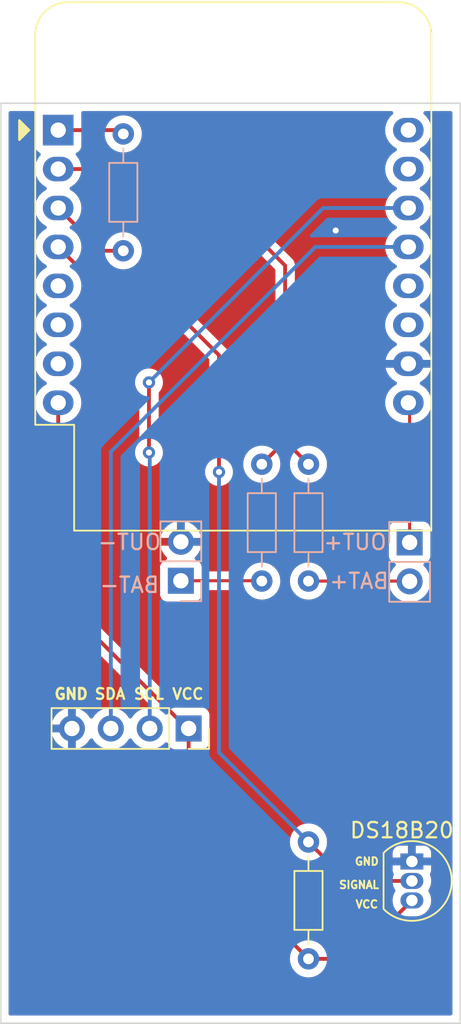
<source format=kicad_pcb>
(kicad_pcb (version 20211014) (generator pcbnew)
  (layers (0 "F.Cu" signal) (31 "B.Cu" signal) (34 "B.Paste" user) (35 "F.Paste" user) (36 "B.SilkS" user "B.Silkscreen") (37 "F.SilkS" user "F.Silkscreen") (38 "B.Mask" user) (39 "F.Mask" user) (44 "Edge.Cuts" user))
  (net 0 "")
  (net 1 "/RST")
  (net 2 "/A0")
  (net 3 "/D0")
  (net 4 "/D6")
  (net 5 "/D7")
  (net 6 "/D8")
  (net 7 "/D4")
  (net 8 "/D3")
  (net 9 "/RX")
  (net 10 "/TX")
  (net 11 "/VCC")
  (net 12 "/SIGNAL")
  (net 13 "/SCL")
  (net 14 "/SDA")
  (net 15 "/BAT+")
  (net 16 "/BAT-")
  (net 17 "/OUT+")
  (net 18 "/OUT-")
  (footprint "Resistor_THT:R_Axial_DIN0204_L3.6mm_D1.6mm_P7.62mm_Horizontal" (layer "F.Cu") (at 212.09 90.678 -90)
    (fp_text reference "R4" hide)
    (fp_text value "R" hide)
    (fp_line (start 5.73 0.92) (end 5.73 -0.92) (layer "F.SilkS") (width 0.12))
    (fp_line (start 6.68 0) (end 5.73 0) (layer "F.SilkS") (width 0.12))
    (fp_line (start 5.73 -0.92) (end 1.89 -0.92) (layer "F.SilkS") (width 0.12))
    (fp_line (start 1.89 0.92) (end 5.73 0.92) (layer "F.SilkS") (width 0.12))
    (fp_line (start 1.89 -0.92) (end 1.89 0.92) (layer "F.SilkS") (width 0.12))
    (fp_line (start 0.94 0) (end 1.89 0) (layer "F.SilkS") (width 0.12))
    (pad "1" thru_hole circle (at 0 0 270) (size 1.4 1.4) (drill 0.7) (layers *.Cu *.Mask) (net 12 "/SIGNAL"))
    (pad "2" thru_hole oval (at 7.62 0 270) (size 1.4 1.4) (drill 0.7) (layers *.Cu *.Mask) (net 11 "/VCC"))
  )
  (footprint "Connector_PinSocket_2.54mm:PinSocket_1x04_P2.54mm_Vertical" (layer "F.Cu") (at 204.266 83.275 -90)
    (fp_text reference "J1" hide)
    (fp_text value "Conn_BNO055")
    (fp_line (start 0 -1.33) (end 1.33 -1.33) (layer "F.SilkS") (width 0.12))
    (fp_line (start -1.33 1.27) (end 1.33 1.27) (layer "F.SilkS") (width 0.12))
    (fp_line (start -1.33 1.27) (end -1.33 8.95) (layer "F.SilkS") (width 0.12))
    (fp_line (start 1.33 1.27) (end 1.33 8.95) (layer "F.SilkS") (width 0.12))
    (fp_line (start 1.33 -1.33) (end 1.33 0) (layer "F.SilkS") (width 0.12))
    (fp_line (start -1.33 8.95) (end 1.33 8.95) (layer "F.SilkS") (width 0.12))
    (pad "1" thru_hole rect (at 0 0 270) (size 1.7 1.7) (drill 1) (layers *.Cu *.Mask) (net 11 "/VCC"))
    (pad "2" thru_hole oval (at 0 2.54 270) (size 1.7 1.7) (drill 1) (layers *.Cu *.Mask) (net 13 "/SCL"))
    (pad "3" thru_hole oval (at 0 5.08 270) (size 1.7 1.7) (drill 1) (layers *.Cu *.Mask) (net 14 "/SDA"))
    (pad "4" thru_hole oval (at 0 7.62 270) (size 1.7 1.7) (drill 1) (layers *.Cu *.Mask) (net 18 "/OUT-"))
  )
  (footprint "Package_TO_SOT_THT:TO-92_Inline" (layer "F.Cu") (at 218.842 91.948 -90)
    (fp_text reference "U2" hide)
    (fp_text value "DS18B20" (at -2.032 0.656 180) (layer "F.SilkS"))
    (fp_line (start -0.53 1.85) (end 3.07 1.85) (layer "F.SilkS") (width 0.12))
    (fp_arc (start 1.27 -2.6) (mid 3.672087 -0.994977) (end 3.108478 1.838478) (layer "F.SilkS") (width 0.12))
    (fp_arc (start -0.568478 1.838478) (mid -1.132087 -0.994977) (end 1.27 -2.6) (layer "F.SilkS") (width 0.12))
    (pad "1" thru_hole rect (at 0 0 270) (size 1.05 1.5) (drill 0.75) (layers *.Cu *.Mask) (net 18 "/OUT-"))
    (pad "2" thru_hole oval (at 1.27 0 270) (size 1.05 1.5) (drill 0.75) (layers *.Cu *.Mask) (net 12 "/SIGNAL"))
    (pad "3" thru_hole oval (at 2.54 0 270) (size 1.05 1.5) (drill 0.75) (layers *.Cu *.Mask) (net 11 "/VCC"))
  )
  (footprint "Module:WEMOS_D1_mini_light" (layer "F.Cu") (at 195.75 44.25)
    (fp_text reference "U1" hide)
    (fp_text value "WeMos_D1_mini" hide)
    (fp_line (start -1.5 19.22) (end -1.5 -6.21) (layer "F.SilkS") (width 0.12))
    (fp_line (start 1.04 19.22) (end 1.04 26.12) (layer "F.SilkS") (width 0.12))
    (fp_line (start -1.5 19.22) (end 1.04 19.22) (layer "F.SilkS") (width 0.12))
    (fp_line (start 24.36 26.12) (end 24.36 -6.21) (layer "F.SilkS") (width 0.12))
    (fp_line (start 22.24 -8.34) (end 0.63 -8.34) (layer "F.SilkS") (width 0.12))
    (fp_line (start 1.04 26.12) (end 24.36 26.12) (layer "F.SilkS") (width 0.12))
    (fp_arc (start -1.5 -6.21) (mid -0.876137 -7.716137) (end 0.63 -8.34) (layer "F.SilkS") (width 0.12))
    (fp_arc (start 22.23 -8.34) (mid 23.736137 -7.716137) (end 24.36 -6.21) (layer "F.SilkS") (width 0.12))
    (fp_poly (pts (xy -2.54 -0.635) (xy -2.54 0.635) (xy -1.905 0)) (layer "F.SilkS") (width 0.15) (fill solid))
    (pad "1" thru_hole rect (at 0 0) (size 2 2) (drill 1) (layers *.Cu *.Mask) (net 1 "/RST"))
    (pad "2" thru_hole oval (at 0 2.54) (size 2 1.6) (drill 1) (layers *.Cu *.Mask) (net 2 "/A0"))
    (pad "3" thru_hole oval (at 0 5.08) (size 2 1.6) (drill 1) (layers *.Cu *.Mask) (net 3 "/D0"))
    (pad "4" thru_hole oval (at 0 7.62) (size 2 1.6) (drill 1) (layers *.Cu *.Mask) (net 12 "/SIGNAL"))
    (pad "5" thru_hole oval (at 0 10.16) (size 2 1.6) (drill 1) (layers *.Cu *.Mask) (net 4 "/D6"))
    (pad "6" thru_hole oval (at 0 12.7) (size 2 1.6) (drill 1) (layers *.Cu *.Mask) (net 5 "/D7"))
    (pad "7" thru_hole oval (at 0 15.24) (size 2 1.6) (drill 1) (layers *.Cu *.Mask) (net 6 "/D8"))
    (pad "8" thru_hole oval (at 0 17.78) (size 2 1.6) (drill 1) (layers *.Cu *.Mask) (net 11 "/VCC"))
    (pad "9" thru_hole oval (at 22.86 17.78) (size 2 1.6) (drill 1) (layers *.Cu *.Mask) (net 17 "/OUT+"))
    (pad "10" thru_hole oval (at 22.86 15.24) (size 2 1.6) (drill 1) (layers *.Cu *.Mask) (net 18 "/OUT-"))
    (pad "11" thru_hole oval (at 22.86 12.7) (size 2 1.6) (drill 1) (layers *.Cu *.Mask) (net 7 "/D4"))
    (pad "12" thru_hole oval (at 22.86 10.16) (size 2 1.6) (drill 1) (layers *.Cu *.Mask) (net 8 "/D3"))
    (pad "13" thru_hole oval (at 22.86 7.62) (size 2 1.6) (drill 1) (layers *.Cu *.Mask) (net 14 "/SDA"))
    (pad "14" thru_hole oval (at 22.86 5.08) (size 2 1.6) (drill 1) (layers *.Cu *.Mask) (net 13 "/SCL"))
    (pad "15" thru_hole oval (at 22.86 2.54) (size 2 1.6) (drill 1) (layers *.Cu *.Mask) (net 9 "/RX"))
    (pad "16" thru_hole oval (at 22.86 0) (size 2 1.6) (drill 1) (layers *.Cu *.Mask) (net 10 "/TX"))
  )
  (footprint "Resistor_THT:R_Axial_DIN0204_L3.6mm_D1.6mm_P7.62mm_Horizontal" (layer "B.Cu") (at 200 44.5 -90)
    (fp_text reference "R3" hide)
    (fp_text value "R" hide)
    (fp_line (start 5.73 0.92) (end 1.89 0.92) (layer "B.SilkS") (width 0.12))
    (fp_line (start 1.89 0.92) (end 1.89 -0.92) (layer "B.SilkS") (width 0.12))
    (fp_line (start 1.89 -0.92) (end 5.73 -0.92) (layer "B.SilkS") (width 0.12))
    (fp_line (start 6.68 0) (end 5.73 0) (layer "B.SilkS") (width 0.12))
    (fp_line (start 0.94 0) (end 1.89 0) (layer "B.SilkS") (width 0.12))
    (fp_line (start 5.73 -0.92) (end 5.73 0.92) (layer "B.SilkS") (width 0.12))
    (pad "1" thru_hole circle (at 0 0 270) (size 1.4 1.4) (drill 0.7) (layers *.Cu *.Mask) (net 1 "/RST"))
    (pad "2" thru_hole oval (at 7.62 0 270) (size 1.4 1.4) (drill 0.7) (layers *.Cu *.Mask) (net 3 "/D0"))
  )
  (footprint "Connector_PinSocket_2.54mm:PinSocket_1x02_P2.54mm_Vertical" (layer "B.Cu") (at 203.758 73.64)
    (fp_text reference "J4" hide)
    (fp_text value "Conn_BMS_2" hide)
    (fp_line (start 1.33 -1.27) (end 1.33 -3.87) (layer "B.SilkS") (width 0.12))
    (fp_line (start -1.33 -1.27) (end 1.33 -1.27) (layer "B.SilkS") (width 0.12))
    (fp_line (start -1.33 -3.87) (end 1.33 -3.87) (layer "B.SilkS") (width 0.12))
    (fp_line (start -1.33 -1.27) (end -1.33 -3.87) (layer "B.SilkS") (width 0.12))
    (fp_line (start 0 1.33) (end 1.33 1.33) (layer "B.SilkS") (width 0.12))
    (fp_line (start 1.33 1.33) (end 1.33 0) (layer "B.SilkS") (width 0.12))
    (pad "1" thru_hole rect (at 0 0) (size 1.7 1.7) (drill 1) (layers *.Cu *.Mask) (net 16 "/BAT-"))
    (pad "2" thru_hole oval (at 0 -2.54) (size 1.7 1.7) (drill 1) (layers *.Cu *.Mask) (net 18 "/OUT-"))
  )
  (footprint "Resistor_THT:R_Axial_DIN0204_L3.6mm_D1.6mm_P7.62mm_Horizontal" (layer "B.Cu") (at 209.042 73.66 90)
    (fp_text reference "R2" hide)
    (fp_text value "R" hide)
    (fp_line (start 5.73 0.92) (end 1.89 0.92) (layer "B.SilkS") (width 0.12))
    (fp_line (start 6.68 0) (end 5.73 0) (layer "B.SilkS") (width 0.12))
    (fp_line (start 5.73 -0.92) (end 5.73 0.92) (layer "B.SilkS") (width 0.12))
    (fp_line (start 1.89 0.92) (end 1.89 -0.92) (layer "B.SilkS") (width 0.12))
    (fp_line (start 0.94 0) (end 1.89 0) (layer "B.SilkS") (width 0.12))
    (fp_line (start 1.89 -0.92) (end 5.73 -0.92) (layer "B.SilkS") (width 0.12))
    (pad "1" thru_hole circle (at 0 0 90) (size 1.4 1.4) (drill 0.7) (layers *.Cu *.Mask) (net 16 "/BAT-"))
    (pad "2" thru_hole oval (at 7.62 0 90) (size 1.4 1.4) (drill 0.7) (layers *.Cu *.Mask) (net 2 "/A0"))
  )
  (footprint "Resistor_THT:R_Axial_DIN0204_L3.6mm_D1.6mm_P7.62mm_Horizontal" (layer "B.Cu") (at 212.09 73.66 90)
    (fp_text reference "R1" hide)
    (fp_text value "R" hide)
    (fp_line (start 5.73 -0.92) (end 5.73 0.92) (layer "B.SilkS") (width 0.12))
    (fp_line (start 6.68 0) (end 5.73 0) (layer "B.SilkS") (width 0.12))
    (fp_line (start 5.73 0.92) (end 1.89 0.92) (layer "B.SilkS") (width 0.12))
    (fp_line (start 0.94 0) (end 1.89 0) (layer "B.SilkS") (width 0.12))
    (fp_line (start 1.89 -0.92) (end 5.73 -0.92) (layer "B.SilkS") (width 0.12))
    (fp_line (start 1.89 0.92) (end 1.89 -0.92) (layer "B.SilkS") (width 0.12))
    (pad "1" thru_hole circle (at 0 0 90) (size 1.4 1.4) (drill 0.7) (layers *.Cu *.Mask) (net 15 "/BAT+"))
    (pad "2" thru_hole oval (at 7.62 0 90) (size 1.4 1.4) (drill 0.7) (layers *.Cu *.Mask) (net 2 "/A0"))
  )
  (footprint "Connector_PinSocket_2.54mm:PinSocket_1x02_P2.54mm_Vertical" (layer "B.Cu") (at 218.694 71.14 180)
    (fp_text reference "J3" hide)
    (fp_text value "Conn_BMS_1" hide)
    (fp_line (start 1.33 1.33) (end 1.33 0) (layer "B.SilkS") (width 0.12))
    (fp_line (start -1.33 -1.27) (end -1.33 -3.87) (layer "B.SilkS") (width 0.12))
    (fp_line (start -1.33 -3.87) (end 1.33 -3.87) (layer "B.SilkS") (width 0.12))
    (fp_line (start 0 1.33) (end 1.33 1.33) (layer "B.SilkS") (width 0.12))
    (fp_line (start 1.33 -1.27) (end 1.33 -3.87) (layer "B.SilkS") (width 0.12))
    (fp_line (start -1.33 -1.27) (end 1.33 -1.27) (layer "B.SilkS") (width 0.12))
    (pad "1" thru_hole rect (at 0 0 180) (size 1.7 1.7) (drill 1) (layers *.Cu *.Mask) (net 17 "/OUT+"))
    (pad "2" thru_hole oval (at 0 -2.54 180) (size 1.7 1.7) (drill 1) (layers *.Cu *.Mask) (net 15 "/BAT+"))
  )
  (gr_rect (start 192 42.5) (end 222 102.5) (layer "Edge.Cuts") (width 0.1) (fill none))
  (gr_text "OUT+" (at 215.138 71.12) (layer "B.SilkS") (effects (font (size 1 1)) (justify mirror)))
  (gr_text "BAT+" (at 215.392 73.66) (layer "B.SilkS") (effects (font (size 1 1)) (justify mirror)))
  (gr_text "OUT-" (at 200.406 71.12) (layer "B.SilkS") (effects (font (size 1 1)) (justify mirror)))
  (gr_text "BAT-" (at 200.406 73.914) (layer "B.SilkS") (effects (font (size 1 1)) (justify mirror)))
  (gr_text "GND" (at 196.596 81.026) (layer "F.SilkS") (effects (font (size 0.7 0.7) (thickness 0.175))))
  (gr_text "VCC" (at 204.216 81.026) (layer "F.SilkS") (effects (font (size 0.7 0.7))))
  (gr_text "SIGNAL" (at 215.392 93.472) (layer "F.SilkS") (effects (font (size 0.5 0.5) (thickness 0.125))))
  (gr_text "GND" (at 215.9 91.948) (layer "F.SilkS") (effects (font (size 0.5 0.5) (thickness 0.125))))
  (gr_text "SDA" (at 199.136 81.026) (layer "F.SilkS") (effects (font (size 0.7 0.7))))
  (gr_text "VCC" (at 215.9 94.742) (layer "F.SilkS") (effects (font (size 0.5 0.5) (thickness 0.125))))
  (gr_text "SCL" (at 201.676 81.026) (layer "F.SilkS") (effects (font (size 0.7 0.7))))
  (segment (start 195.75 44.25) (end 199.75 44.25) (width 0.25) (layer "F.Cu") (net 1))
  (segment (start 199.75 44.25) (end 200 44.5) (width 0.25) (layer "F.Cu") (net 1))
  (segment (start 210.566 64.516) (end 210.566 53.086) (width 0.25) (layer "F.Cu") (net 2))
  (segment (start 204.27 46.79) (end 210.566 53.086) (width 0.25) (layer "F.Cu") (net 2))
  (segment (start 212.09 66.04) (end 210.566 64.516) (width 0.25) (layer "F.Cu") (net 2))
  (segment (start 195.75 46.79) (end 204.27 46.79) (width 0.25) (layer "F.Cu") (net 2))
  (segment (start 209.042 66.04) (end 210.566 64.516) (width 0.25) (layer "F.Cu") (net 2))
  (segment (start 200 52.12) (end 198.54 52.12) (width 0.25) (layer "F.Cu") (net 3))
  (segment (start 198.54 52.12) (end 195.75 49.33) (width 0.25) (layer "F.Cu") (net 3))
  (segment (start 215.032 98.298) (end 218.842 94.488) (width 0.25) (layer "F.Cu") (net 11))
  (segment (start 212.09 98.298) (end 204.266 90.474) (width 0.25) (layer "F.Cu") (net 11))
  (segment (start 204.179 83.275) (end 195.75 74.846) (width 0.25) (layer "F.Cu") (net 11))
  (segment (start 204.266 83.275) (end 204.179 83.275) (width 0.25) (layer "F.Cu") (net 11))
  (segment (start 195.75 74.846) (end 195.75 62.03) (width 0.25) (layer "F.Cu") (net 11))
  (segment (start 212.09 98.298) (end 215.032 98.298) (width 0.25) (layer "F.Cu") (net 11))
  (segment (start 204.266 90.474) (end 204.266 83.275) (width 0.25) (layer "F.Cu") (net 11))
  (segment (start 203.708 56.388) (end 206.248 58.928) (width 0.25) (layer "F.Cu") (net 12))
  (segment (start 206.248 66.548) (end 206.248 58.928) (width 0.25) (layer "F.Cu") (net 12))
  (segment (start 195.75 51.87) (end 200.268 56.388) (width 0.25) (layer "F.Cu") (net 12))
  (segment (start 200.268 56.388) (end 203.708 56.388) (width 0.25) (layer "F.Cu") (net 12))
  (segment (start 212.09 90.678) (end 214.63 93.218) (width 0.25) (layer "F.Cu") (net 12))
  (segment (start 214.63 93.218) (end 218.842 93.218) (width 0.25) (layer "F.Cu") (net 12))
  (via (at 206.248 66.548) (size 0.8) (drill 0.4) (layers "F.Cu" "B.Cu") (net 12))
  (segment (start 206.248 84.836) (end 212.09 90.678) (width 0.25) (layer "B.Cu") (net 12))
  (segment (start 206.248 66.548) (end 206.248 84.836) (width 0.25) (layer "B.Cu") (net 12))
  (segment (start 201.676 60.706) (end 201.676 65.278) (width 0.25) (layer "F.Cu") (net 13))
  (via (at 201.676 65.278) (size 0.8) (drill 0.4) (layers "F.Cu" "B.Cu") (net 13))
  (via (at 201.676 60.706) (size 0.8) (drill 0.4) (layers "F.Cu" "B.Cu") (net 13))
  (segment (start 201.676 60.706) (end 213.052 49.33) (width 0.25) (layer "B.Cu") (net 13))
  (segment (start 201.726 65.328) (end 201.726 83.275) (width 0.25) (layer "B.Cu") (net 13))
  (segment (start 201.676 65.278) (end 201.726 65.328) (width 0.25) (layer "B.Cu") (net 13))
  (segment (start 213.052 49.33) (end 218.61 49.33) (width 0.25) (layer "B.Cu") (net 13))
  (segment (start 212.544 51.87) (end 199.186 65.228) (width 0.25) (layer "B.Cu") (net 14))
  (segment (start 199.186 65.228) (end 199.186 83.275) (width 0.25) (layer "B.Cu") (net 14))
  (segment (start 218.61 51.87) (end 212.544 51.87) (width 0.25) (layer "B.Cu") (net 14))
  (segment (start 212.09 73.66) (end 218.674 73.66) (width 0.2) (layer "F.Cu") (net 15))
  (segment (start 203.758 73.64) (end 209.022 73.64) (width 0.2) (layer "F.Cu") (net 16))
  (segment (start 218.694 71.14) (end 218.694 62.114) (width 0.2) (layer "F.Cu") (net 17))
  (segment (start 218.694 62.114) (end 218.61 62.03) (width 0.2) (layer "F.Cu") (net 17))
  (via (at 213.868 50.8) (size 0.8) (drill 0.4) (layers "F.Cu" "B.Cu") (net 18))
  (zone (net 18) (net_name "/OUT-") (layers F&B.Cu) (connect_pads (clearance 0.508)) (min_thickness 0.254) (fill yes (thermal_gap 0.508) (thermal_bridge_width 0.508))
    (polygon (pts (xy 221.996 102.362) (xy 192.024 102.362) (xy 192.024 42.926) (xy 221.996 42.926)))
  )
)
</source>
